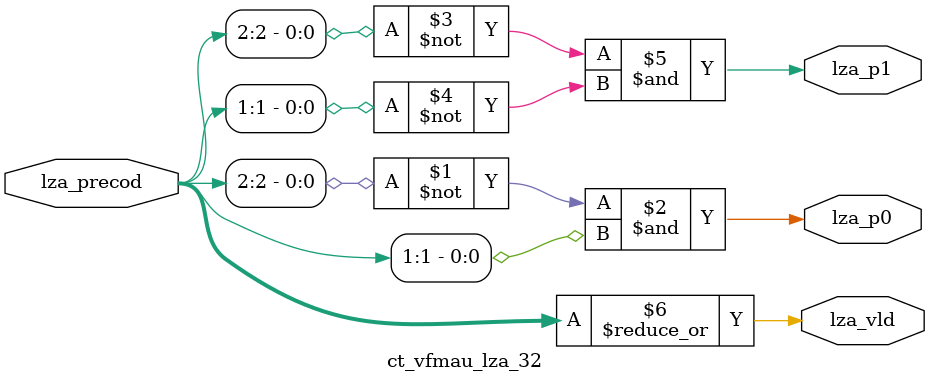
<source format=v>
module ct_vfmau_lza_32(	// file.cleaned.mlir:2:3
  input  [2:0] lza_precod,	// file.cleaned.mlir:2:33
  output       lza_p0,	// file.cleaned.mlir:2:55
               lza_p1,	// file.cleaned.mlir:2:72
               lza_vld	// file.cleaned.mlir:2:89
);

  assign lza_p0 = ~(lza_precod[2]) & lza_precod[1];	// file.cleaned.mlir:6:10, :7:10, :8:10, :9:10, :12:5
  assign lza_p1 = ~(lza_precod[2]) & ~(lza_precod[1]);	// file.cleaned.mlir:6:10, :7:10, :8:10, :10:10, :11:10, :12:5
  assign lza_vld = |lza_precod;	// file.cleaned.mlir:5:10, :12:5
endmodule


</source>
